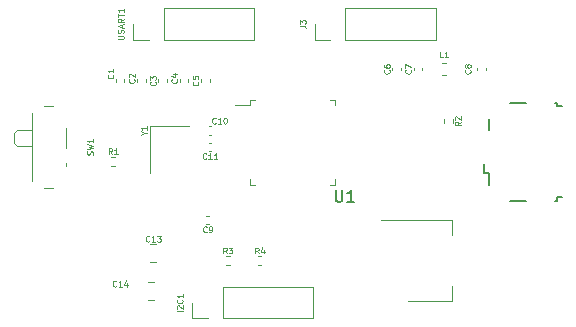
<source format=gbr>
%TF.GenerationSoftware,KiCad,Pcbnew,(6.0.7)*%
%TF.CreationDate,2022-10-16T00:38:09+07:00*%
%TF.ProjectId,bai1,62616931-2e6b-4696-9361-645f70636258,rev?*%
%TF.SameCoordinates,Original*%
%TF.FileFunction,Legend,Top*%
%TF.FilePolarity,Positive*%
%FSLAX46Y46*%
G04 Gerber Fmt 4.6, Leading zero omitted, Abs format (unit mm)*
G04 Created by KiCad (PCBNEW (6.0.7)) date 2022-10-16 00:38:09*
%MOMM*%
%LPD*%
G01*
G04 APERTURE LIST*
%ADD10C,0.150000*%
%ADD11C,0.050000*%
%ADD12C,0.120000*%
G04 APERTURE END LIST*
D10*
X87038095Y-80052380D02*
X87038095Y-80861904D01*
X87085714Y-80957142D01*
X87133333Y-81004761D01*
X87228571Y-81052380D01*
X87419047Y-81052380D01*
X87514285Y-81004761D01*
X87561904Y-80957142D01*
X87609523Y-80861904D01*
X87609523Y-80052380D01*
X88609523Y-81052380D02*
X88038095Y-81052380D01*
X88323809Y-81052380D02*
X88323809Y-80052380D01*
X88228571Y-80195238D01*
X88133333Y-80290476D01*
X88038095Y-80338095D01*
D11*
%TO.C,Y1*%
X70788095Y-75238095D02*
X71026190Y-75238095D01*
X70526190Y-75404761D02*
X70788095Y-75238095D01*
X70526190Y-75071428D01*
X71026190Y-74642857D02*
X71026190Y-74928571D01*
X71026190Y-74785714D02*
X70526190Y-74785714D01*
X70597619Y-74833333D01*
X70645238Y-74880952D01*
X70669047Y-74928571D01*
%TO.C,USART1*%
X68596190Y-67273809D02*
X69000952Y-67273809D01*
X69048571Y-67250000D01*
X69072380Y-67226190D01*
X69096190Y-67178571D01*
X69096190Y-67083333D01*
X69072380Y-67035714D01*
X69048571Y-67011904D01*
X69000952Y-66988095D01*
X68596190Y-66988095D01*
X69072380Y-66773809D02*
X69096190Y-66702380D01*
X69096190Y-66583333D01*
X69072380Y-66535714D01*
X69048571Y-66511904D01*
X69000952Y-66488095D01*
X68953333Y-66488095D01*
X68905714Y-66511904D01*
X68881904Y-66535714D01*
X68858095Y-66583333D01*
X68834285Y-66678571D01*
X68810476Y-66726190D01*
X68786666Y-66750000D01*
X68739047Y-66773809D01*
X68691428Y-66773809D01*
X68643809Y-66750000D01*
X68620000Y-66726190D01*
X68596190Y-66678571D01*
X68596190Y-66559523D01*
X68620000Y-66488095D01*
X68953333Y-66297619D02*
X68953333Y-66059523D01*
X69096190Y-66345238D02*
X68596190Y-66178571D01*
X69096190Y-66011904D01*
X69096190Y-65559523D02*
X68858095Y-65726190D01*
X69096190Y-65845238D02*
X68596190Y-65845238D01*
X68596190Y-65654761D01*
X68620000Y-65607142D01*
X68643809Y-65583333D01*
X68691428Y-65559523D01*
X68762857Y-65559523D01*
X68810476Y-65583333D01*
X68834285Y-65607142D01*
X68858095Y-65654761D01*
X68858095Y-65845238D01*
X68596190Y-65416666D02*
X68596190Y-65130952D01*
X69096190Y-65273809D02*
X68596190Y-65273809D01*
X69096190Y-64702380D02*
X69096190Y-64988095D01*
X69096190Y-64845238D02*
X68596190Y-64845238D01*
X68667619Y-64892857D01*
X68715238Y-64940476D01*
X68739047Y-64988095D01*
%TO.C,SW1*%
X66477380Y-77066666D02*
X66501190Y-76995238D01*
X66501190Y-76876190D01*
X66477380Y-76828571D01*
X66453571Y-76804761D01*
X66405952Y-76780952D01*
X66358333Y-76780952D01*
X66310714Y-76804761D01*
X66286904Y-76828571D01*
X66263095Y-76876190D01*
X66239285Y-76971428D01*
X66215476Y-77019047D01*
X66191666Y-77042857D01*
X66144047Y-77066666D01*
X66096428Y-77066666D01*
X66048809Y-77042857D01*
X66025000Y-77019047D01*
X66001190Y-76971428D01*
X66001190Y-76852380D01*
X66025000Y-76780952D01*
X66001190Y-76614285D02*
X66501190Y-76495238D01*
X66144047Y-76400000D01*
X66501190Y-76304761D01*
X66001190Y-76185714D01*
X66501190Y-75733333D02*
X66501190Y-76019047D01*
X66501190Y-75876190D02*
X66001190Y-75876190D01*
X66072619Y-75923809D01*
X66120238Y-75971428D01*
X66144047Y-76019047D01*
%TO.C,J3*%
X83996190Y-66166666D02*
X84353333Y-66166666D01*
X84424761Y-66190476D01*
X84472380Y-66238095D01*
X84496190Y-66309523D01*
X84496190Y-66357142D01*
X83996190Y-65976190D02*
X83996190Y-65666666D01*
X84186666Y-65833333D01*
X84186666Y-65761904D01*
X84210476Y-65714285D01*
X84234285Y-65690476D01*
X84281904Y-65666666D01*
X84400952Y-65666666D01*
X84448571Y-65690476D01*
X84472380Y-65714285D01*
X84496190Y-65761904D01*
X84496190Y-65904761D01*
X84472380Y-65952380D01*
X84448571Y-65976190D01*
%TO.C,I2C1*%
X74096190Y-90326190D02*
X73596190Y-90326190D01*
X73643809Y-90111904D02*
X73620000Y-90088095D01*
X73596190Y-90040476D01*
X73596190Y-89921428D01*
X73620000Y-89873809D01*
X73643809Y-89850000D01*
X73691428Y-89826190D01*
X73739047Y-89826190D01*
X73810476Y-89850000D01*
X74096190Y-90135714D01*
X74096190Y-89826190D01*
X74048571Y-89326190D02*
X74072380Y-89350000D01*
X74096190Y-89421428D01*
X74096190Y-89469047D01*
X74072380Y-89540476D01*
X74024761Y-89588095D01*
X73977142Y-89611904D01*
X73881904Y-89635714D01*
X73810476Y-89635714D01*
X73715238Y-89611904D01*
X73667619Y-89588095D01*
X73620000Y-89540476D01*
X73596190Y-89469047D01*
X73596190Y-89421428D01*
X73620000Y-89350000D01*
X73643809Y-89326190D01*
X74096190Y-88850000D02*
X74096190Y-89135714D01*
X74096190Y-88992857D02*
X73596190Y-88992857D01*
X73667619Y-89040476D01*
X73715238Y-89088095D01*
X73739047Y-89135714D01*
%TO.C,C7*%
X93378571Y-69883333D02*
X93402380Y-69907142D01*
X93426190Y-69978571D01*
X93426190Y-70026190D01*
X93402380Y-70097619D01*
X93354761Y-70145238D01*
X93307142Y-70169047D01*
X93211904Y-70192857D01*
X93140476Y-70192857D01*
X93045238Y-70169047D01*
X92997619Y-70145238D01*
X92950000Y-70097619D01*
X92926190Y-70026190D01*
X92926190Y-69978571D01*
X92950000Y-69907142D01*
X92973809Y-69883333D01*
X92926190Y-69716666D02*
X92926190Y-69383333D01*
X93426190Y-69597619D01*
%TO.C,C14*%
X68478571Y-88178571D02*
X68454761Y-88202380D01*
X68383333Y-88226190D01*
X68335714Y-88226190D01*
X68264285Y-88202380D01*
X68216666Y-88154761D01*
X68192857Y-88107142D01*
X68169047Y-88011904D01*
X68169047Y-87940476D01*
X68192857Y-87845238D01*
X68216666Y-87797619D01*
X68264285Y-87750000D01*
X68335714Y-87726190D01*
X68383333Y-87726190D01*
X68454761Y-87750000D01*
X68478571Y-87773809D01*
X68954761Y-88226190D02*
X68669047Y-88226190D01*
X68811904Y-88226190D02*
X68811904Y-87726190D01*
X68764285Y-87797619D01*
X68716666Y-87845238D01*
X68669047Y-87869047D01*
X69383333Y-87892857D02*
X69383333Y-88226190D01*
X69264285Y-87702380D02*
X69145238Y-88059523D01*
X69454761Y-88059523D01*
%TO.C,C8*%
X98418571Y-69883333D02*
X98442380Y-69907142D01*
X98466190Y-69978571D01*
X98466190Y-70026190D01*
X98442380Y-70097619D01*
X98394761Y-70145238D01*
X98347142Y-70169047D01*
X98251904Y-70192857D01*
X98180476Y-70192857D01*
X98085238Y-70169047D01*
X98037619Y-70145238D01*
X97990000Y-70097619D01*
X97966190Y-70026190D01*
X97966190Y-69978571D01*
X97990000Y-69907142D01*
X98013809Y-69883333D01*
X98180476Y-69597619D02*
X98156666Y-69645238D01*
X98132857Y-69669047D01*
X98085238Y-69692857D01*
X98061428Y-69692857D01*
X98013809Y-69669047D01*
X97990000Y-69645238D01*
X97966190Y-69597619D01*
X97966190Y-69502380D01*
X97990000Y-69454761D01*
X98013809Y-69430952D01*
X98061428Y-69407142D01*
X98085238Y-69407142D01*
X98132857Y-69430952D01*
X98156666Y-69454761D01*
X98180476Y-69502380D01*
X98180476Y-69597619D01*
X98204285Y-69645238D01*
X98228095Y-69669047D01*
X98275714Y-69692857D01*
X98370952Y-69692857D01*
X98418571Y-69669047D01*
X98442380Y-69645238D01*
X98466190Y-69597619D01*
X98466190Y-69502380D01*
X98442380Y-69454761D01*
X98418571Y-69430952D01*
X98370952Y-69407142D01*
X98275714Y-69407142D01*
X98228095Y-69430952D01*
X98204285Y-69454761D01*
X98180476Y-69502380D01*
%TO.C,R3*%
X77826666Y-85426190D02*
X77660000Y-85188095D01*
X77540952Y-85426190D02*
X77540952Y-84926190D01*
X77731428Y-84926190D01*
X77779047Y-84950000D01*
X77802857Y-84973809D01*
X77826666Y-85021428D01*
X77826666Y-85092857D01*
X77802857Y-85140476D01*
X77779047Y-85164285D01*
X77731428Y-85188095D01*
X77540952Y-85188095D01*
X77993333Y-84926190D02*
X78302857Y-84926190D01*
X78136190Y-85116666D01*
X78207619Y-85116666D01*
X78255238Y-85140476D01*
X78279047Y-85164285D01*
X78302857Y-85211904D01*
X78302857Y-85330952D01*
X78279047Y-85378571D01*
X78255238Y-85402380D01*
X78207619Y-85426190D01*
X78064761Y-85426190D01*
X78017142Y-85402380D01*
X77993333Y-85378571D01*
%TO.C,C3*%
X71778571Y-70883333D02*
X71802380Y-70907142D01*
X71826190Y-70978571D01*
X71826190Y-71026190D01*
X71802380Y-71097619D01*
X71754761Y-71145238D01*
X71707142Y-71169047D01*
X71611904Y-71192857D01*
X71540476Y-71192857D01*
X71445238Y-71169047D01*
X71397619Y-71145238D01*
X71350000Y-71097619D01*
X71326190Y-71026190D01*
X71326190Y-70978571D01*
X71350000Y-70907142D01*
X71373809Y-70883333D01*
X71326190Y-70716666D02*
X71326190Y-70407142D01*
X71516666Y-70573809D01*
X71516666Y-70502380D01*
X71540476Y-70454761D01*
X71564285Y-70430952D01*
X71611904Y-70407142D01*
X71730952Y-70407142D01*
X71778571Y-70430952D01*
X71802380Y-70454761D01*
X71826190Y-70502380D01*
X71826190Y-70645238D01*
X71802380Y-70692857D01*
X71778571Y-70716666D01*
%TO.C,C4*%
X73578571Y-70683333D02*
X73602380Y-70707142D01*
X73626190Y-70778571D01*
X73626190Y-70826190D01*
X73602380Y-70897619D01*
X73554761Y-70945238D01*
X73507142Y-70969047D01*
X73411904Y-70992857D01*
X73340476Y-70992857D01*
X73245238Y-70969047D01*
X73197619Y-70945238D01*
X73150000Y-70897619D01*
X73126190Y-70826190D01*
X73126190Y-70778571D01*
X73150000Y-70707142D01*
X73173809Y-70683333D01*
X73292857Y-70254761D02*
X73626190Y-70254761D01*
X73102380Y-70373809D02*
X73459523Y-70492857D01*
X73459523Y-70183333D01*
%TO.C,C10*%
X76878571Y-74378571D02*
X76854761Y-74402380D01*
X76783333Y-74426190D01*
X76735714Y-74426190D01*
X76664285Y-74402380D01*
X76616666Y-74354761D01*
X76592857Y-74307142D01*
X76569047Y-74211904D01*
X76569047Y-74140476D01*
X76592857Y-74045238D01*
X76616666Y-73997619D01*
X76664285Y-73950000D01*
X76735714Y-73926190D01*
X76783333Y-73926190D01*
X76854761Y-73950000D01*
X76878571Y-73973809D01*
X77354761Y-74426190D02*
X77069047Y-74426190D01*
X77211904Y-74426190D02*
X77211904Y-73926190D01*
X77164285Y-73997619D01*
X77116666Y-74045238D01*
X77069047Y-74069047D01*
X77664285Y-73926190D02*
X77711904Y-73926190D01*
X77759523Y-73950000D01*
X77783333Y-73973809D01*
X77807142Y-74021428D01*
X77830952Y-74116666D01*
X77830952Y-74235714D01*
X77807142Y-74330952D01*
X77783333Y-74378571D01*
X77759523Y-74402380D01*
X77711904Y-74426190D01*
X77664285Y-74426190D01*
X77616666Y-74402380D01*
X77592857Y-74378571D01*
X77569047Y-74330952D01*
X77545238Y-74235714D01*
X77545238Y-74116666D01*
X77569047Y-74021428D01*
X77592857Y-73973809D01*
X77616666Y-73950000D01*
X77664285Y-73926190D01*
%TO.C,R2*%
X97626190Y-74283333D02*
X97388095Y-74450000D01*
X97626190Y-74569047D02*
X97126190Y-74569047D01*
X97126190Y-74378571D01*
X97150000Y-74330952D01*
X97173809Y-74307142D01*
X97221428Y-74283333D01*
X97292857Y-74283333D01*
X97340476Y-74307142D01*
X97364285Y-74330952D01*
X97388095Y-74378571D01*
X97388095Y-74569047D01*
X97173809Y-74092857D02*
X97150000Y-74069047D01*
X97126190Y-74021428D01*
X97126190Y-73902380D01*
X97150000Y-73854761D01*
X97173809Y-73830952D01*
X97221428Y-73807142D01*
X97269047Y-73807142D01*
X97340476Y-73830952D01*
X97626190Y-74116666D01*
X97626190Y-73807142D01*
%TO.C,C13*%
X71278571Y-84378571D02*
X71254761Y-84402380D01*
X71183333Y-84426190D01*
X71135714Y-84426190D01*
X71064285Y-84402380D01*
X71016666Y-84354761D01*
X70992857Y-84307142D01*
X70969047Y-84211904D01*
X70969047Y-84140476D01*
X70992857Y-84045238D01*
X71016666Y-83997619D01*
X71064285Y-83950000D01*
X71135714Y-83926190D01*
X71183333Y-83926190D01*
X71254761Y-83950000D01*
X71278571Y-83973809D01*
X71754761Y-84426190D02*
X71469047Y-84426190D01*
X71611904Y-84426190D02*
X71611904Y-83926190D01*
X71564285Y-83997619D01*
X71516666Y-84045238D01*
X71469047Y-84069047D01*
X71921428Y-83926190D02*
X72230952Y-83926190D01*
X72064285Y-84116666D01*
X72135714Y-84116666D01*
X72183333Y-84140476D01*
X72207142Y-84164285D01*
X72230952Y-84211904D01*
X72230952Y-84330952D01*
X72207142Y-84378571D01*
X72183333Y-84402380D01*
X72135714Y-84426190D01*
X71992857Y-84426190D01*
X71945238Y-84402380D01*
X71921428Y-84378571D01*
%TO.C,C6*%
X91578571Y-69883333D02*
X91602380Y-69907142D01*
X91626190Y-69978571D01*
X91626190Y-70026190D01*
X91602380Y-70097619D01*
X91554761Y-70145238D01*
X91507142Y-70169047D01*
X91411904Y-70192857D01*
X91340476Y-70192857D01*
X91245238Y-70169047D01*
X91197619Y-70145238D01*
X91150000Y-70097619D01*
X91126190Y-70026190D01*
X91126190Y-69978571D01*
X91150000Y-69907142D01*
X91173809Y-69883333D01*
X91126190Y-69454761D02*
X91126190Y-69550000D01*
X91150000Y-69597619D01*
X91173809Y-69621428D01*
X91245238Y-69669047D01*
X91340476Y-69692857D01*
X91530952Y-69692857D01*
X91578571Y-69669047D01*
X91602380Y-69645238D01*
X91626190Y-69597619D01*
X91626190Y-69502380D01*
X91602380Y-69454761D01*
X91578571Y-69430952D01*
X91530952Y-69407142D01*
X91411904Y-69407142D01*
X91364285Y-69430952D01*
X91340476Y-69454761D01*
X91316666Y-69502380D01*
X91316666Y-69597619D01*
X91340476Y-69645238D01*
X91364285Y-69669047D01*
X91411904Y-69692857D01*
%TO.C,L1*%
X96116666Y-68826190D02*
X95878571Y-68826190D01*
X95878571Y-68326190D01*
X96545238Y-68826190D02*
X96259523Y-68826190D01*
X96402380Y-68826190D02*
X96402380Y-68326190D01*
X96354761Y-68397619D01*
X96307142Y-68445238D01*
X96259523Y-68469047D01*
%TO.C,C11*%
X76078571Y-77378571D02*
X76054761Y-77402380D01*
X75983333Y-77426190D01*
X75935714Y-77426190D01*
X75864285Y-77402380D01*
X75816666Y-77354761D01*
X75792857Y-77307142D01*
X75769047Y-77211904D01*
X75769047Y-77140476D01*
X75792857Y-77045238D01*
X75816666Y-76997619D01*
X75864285Y-76950000D01*
X75935714Y-76926190D01*
X75983333Y-76926190D01*
X76054761Y-76950000D01*
X76078571Y-76973809D01*
X76554761Y-77426190D02*
X76269047Y-77426190D01*
X76411904Y-77426190D02*
X76411904Y-76926190D01*
X76364285Y-76997619D01*
X76316666Y-77045238D01*
X76269047Y-77069047D01*
X77030952Y-77426190D02*
X76745238Y-77426190D01*
X76888095Y-77426190D02*
X76888095Y-76926190D01*
X76840476Y-76997619D01*
X76792857Y-77045238D01*
X76745238Y-77069047D01*
%TO.C,C1*%
X68178571Y-70283333D02*
X68202380Y-70307142D01*
X68226190Y-70378571D01*
X68226190Y-70426190D01*
X68202380Y-70497619D01*
X68154761Y-70545238D01*
X68107142Y-70569047D01*
X68011904Y-70592857D01*
X67940476Y-70592857D01*
X67845238Y-70569047D01*
X67797619Y-70545238D01*
X67750000Y-70497619D01*
X67726190Y-70426190D01*
X67726190Y-70378571D01*
X67750000Y-70307142D01*
X67773809Y-70283333D01*
X68226190Y-69807142D02*
X68226190Y-70092857D01*
X68226190Y-69950000D02*
X67726190Y-69950000D01*
X67797619Y-69997619D01*
X67845238Y-70045238D01*
X67869047Y-70092857D01*
%TO.C,R1*%
X68116666Y-77016190D02*
X67950000Y-76778095D01*
X67830952Y-77016190D02*
X67830952Y-76516190D01*
X68021428Y-76516190D01*
X68069047Y-76540000D01*
X68092857Y-76563809D01*
X68116666Y-76611428D01*
X68116666Y-76682857D01*
X68092857Y-76730476D01*
X68069047Y-76754285D01*
X68021428Y-76778095D01*
X67830952Y-76778095D01*
X68592857Y-77016190D02*
X68307142Y-77016190D01*
X68450000Y-77016190D02*
X68450000Y-76516190D01*
X68402380Y-76587619D01*
X68354761Y-76635238D01*
X68307142Y-76659047D01*
%TO.C,C2*%
X69978571Y-70683333D02*
X70002380Y-70707142D01*
X70026190Y-70778571D01*
X70026190Y-70826190D01*
X70002380Y-70897619D01*
X69954761Y-70945238D01*
X69907142Y-70969047D01*
X69811904Y-70992857D01*
X69740476Y-70992857D01*
X69645238Y-70969047D01*
X69597619Y-70945238D01*
X69550000Y-70897619D01*
X69526190Y-70826190D01*
X69526190Y-70778571D01*
X69550000Y-70707142D01*
X69573809Y-70683333D01*
X69573809Y-70492857D02*
X69550000Y-70469047D01*
X69526190Y-70421428D01*
X69526190Y-70302380D01*
X69550000Y-70254761D01*
X69573809Y-70230952D01*
X69621428Y-70207142D01*
X69669047Y-70207142D01*
X69740476Y-70230952D01*
X70026190Y-70516666D01*
X70026190Y-70207142D01*
%TO.C,R4*%
X80516666Y-85426190D02*
X80350000Y-85188095D01*
X80230952Y-85426190D02*
X80230952Y-84926190D01*
X80421428Y-84926190D01*
X80469047Y-84950000D01*
X80492857Y-84973809D01*
X80516666Y-85021428D01*
X80516666Y-85092857D01*
X80492857Y-85140476D01*
X80469047Y-85164285D01*
X80421428Y-85188095D01*
X80230952Y-85188095D01*
X80945238Y-85092857D02*
X80945238Y-85426190D01*
X80826190Y-84902380D02*
X80707142Y-85259523D01*
X81016666Y-85259523D01*
%TO.C,C5*%
X75378571Y-70883333D02*
X75402380Y-70907142D01*
X75426190Y-70978571D01*
X75426190Y-71026190D01*
X75402380Y-71097619D01*
X75354761Y-71145238D01*
X75307142Y-71169047D01*
X75211904Y-71192857D01*
X75140476Y-71192857D01*
X75045238Y-71169047D01*
X74997619Y-71145238D01*
X74950000Y-71097619D01*
X74926190Y-71026190D01*
X74926190Y-70978571D01*
X74950000Y-70907142D01*
X74973809Y-70883333D01*
X74926190Y-70430952D02*
X74926190Y-70669047D01*
X75164285Y-70692857D01*
X75140476Y-70669047D01*
X75116666Y-70621428D01*
X75116666Y-70502380D01*
X75140476Y-70454761D01*
X75164285Y-70430952D01*
X75211904Y-70407142D01*
X75330952Y-70407142D01*
X75378571Y-70430952D01*
X75402380Y-70454761D01*
X75426190Y-70502380D01*
X75426190Y-70621428D01*
X75402380Y-70669047D01*
X75378571Y-70692857D01*
%TO.C,C9*%
X76116666Y-83578571D02*
X76092857Y-83602380D01*
X76021428Y-83626190D01*
X75973809Y-83626190D01*
X75902380Y-83602380D01*
X75854761Y-83554761D01*
X75830952Y-83507142D01*
X75807142Y-83411904D01*
X75807142Y-83340476D01*
X75830952Y-83245238D01*
X75854761Y-83197619D01*
X75902380Y-83150000D01*
X75973809Y-83126190D01*
X76021428Y-83126190D01*
X76092857Y-83150000D01*
X76116666Y-83173809D01*
X76354761Y-83626190D02*
X76450000Y-83626190D01*
X76497619Y-83602380D01*
X76521428Y-83578571D01*
X76569047Y-83507142D01*
X76592857Y-83411904D01*
X76592857Y-83221428D01*
X76569047Y-83173809D01*
X76545238Y-83150000D01*
X76497619Y-83126190D01*
X76402380Y-83126190D01*
X76354761Y-83150000D01*
X76330952Y-83173809D01*
X76307142Y-83221428D01*
X76307142Y-83340476D01*
X76330952Y-83388095D01*
X76354761Y-83411904D01*
X76402380Y-83435714D01*
X76497619Y-83435714D01*
X76545238Y-83411904D01*
X76569047Y-83388095D01*
X76592857Y-83340476D01*
D12*
%TO.C,Y1*%
X74650000Y-74600000D02*
X71350000Y-74600000D01*
X71350000Y-74600000D02*
X71350000Y-78600000D01*
%TO.C,USART1*%
X72470000Y-64670000D02*
X80150000Y-64670000D01*
X71200000Y-67330000D02*
X69870000Y-67330000D01*
X80150000Y-67330000D02*
X80150000Y-64670000D01*
X72470000Y-67330000D02*
X72470000Y-64670000D01*
X69870000Y-67330000D02*
X69870000Y-66000000D01*
X72470000Y-67330000D02*
X80150000Y-67330000D01*
%TO.C,SW1*%
X64195000Y-74800000D02*
X64195000Y-76500000D01*
X60055000Y-75000000D02*
X59845000Y-75200000D01*
X60055000Y-76300000D02*
X61345000Y-76300000D01*
X60055000Y-76300000D02*
X59845000Y-76100000D01*
X63145000Y-72950000D02*
X62355000Y-72950000D01*
X59845000Y-75200000D02*
X59845000Y-76100000D01*
X61345000Y-73550000D02*
X61345000Y-79250000D01*
X64195000Y-77800000D02*
X64195000Y-78000000D01*
X62355000Y-79850000D02*
X63145000Y-79850000D01*
X61345000Y-75000000D02*
X60055000Y-75000000D01*
%TO.C,J3*%
X87870000Y-67330000D02*
X95550000Y-67330000D01*
X85270000Y-67330000D02*
X85270000Y-66000000D01*
X87870000Y-67330000D02*
X87870000Y-64670000D01*
X95550000Y-67330000D02*
X95550000Y-64670000D01*
X86600000Y-67330000D02*
X85270000Y-67330000D01*
X87870000Y-64670000D02*
X95550000Y-64670000D01*
D10*
%TO.C,J2*%
X100045000Y-75000000D02*
X100045000Y-74000000D01*
X105745000Y-72950000D02*
X105745000Y-72650000D01*
X105745000Y-72650000D02*
X105595000Y-72650000D01*
X106195000Y-72950000D02*
X105745000Y-72950000D01*
X101795000Y-80950000D02*
X103195000Y-80950000D01*
X99620000Y-77875000D02*
X99620000Y-78600000D01*
X105745000Y-80950000D02*
X105745000Y-80650000D01*
X103195000Y-72650000D02*
X101795000Y-72650000D01*
X99620000Y-78600000D02*
X100045000Y-78600000D01*
X105595000Y-80950000D02*
X105745000Y-80950000D01*
X105745000Y-80650000D02*
X106195000Y-80650000D01*
X100045000Y-78600000D02*
X100045000Y-79600000D01*
D12*
%TO.C,I2C1*%
X77470000Y-90930000D02*
X85150000Y-90930000D01*
X74870000Y-90930000D02*
X74870000Y-89600000D01*
X77470000Y-90930000D02*
X77470000Y-88270000D01*
X85150000Y-90930000D02*
X85150000Y-88270000D01*
X76200000Y-90930000D02*
X74870000Y-90930000D01*
X77470000Y-88270000D02*
X85150000Y-88270000D01*
%TO.C,U2*%
X86560000Y-72390000D02*
X87010000Y-72390000D01*
X79790000Y-79610000D02*
X79790000Y-79160000D01*
X79790000Y-72390000D02*
X79790000Y-72840000D01*
X86560000Y-79610000D02*
X87010000Y-79610000D01*
X87010000Y-79610000D02*
X87010000Y-79160000D01*
X80240000Y-72390000D02*
X79790000Y-72390000D01*
X80240000Y-79610000D02*
X79790000Y-79610000D01*
X79790000Y-72840000D02*
X78500000Y-72840000D01*
X87010000Y-72390000D02*
X87010000Y-72840000D01*
%TO.C,C7*%
X93640000Y-69907836D02*
X93640000Y-69692164D01*
X94360000Y-69907836D02*
X94360000Y-69692164D01*
%TO.C,C14*%
X71661252Y-89335000D02*
X71138748Y-89335000D01*
X71661252Y-87865000D02*
X71138748Y-87865000D01*
%TO.C,C8*%
X99760000Y-69907836D02*
X99760000Y-69692164D01*
X99040000Y-69907836D02*
X99040000Y-69692164D01*
%TO.C,R3*%
X77756359Y-85620000D02*
X78063641Y-85620000D01*
X77756359Y-86380000D02*
X78063641Y-86380000D01*
%TO.C,C3*%
X72040000Y-70907836D02*
X72040000Y-70692164D01*
X72760000Y-70907836D02*
X72760000Y-70692164D01*
%TO.C,C4*%
X73840000Y-70907836D02*
X73840000Y-70692164D01*
X74560000Y-70907836D02*
X74560000Y-70692164D01*
%TO.C,C10*%
X76507836Y-75360000D02*
X76292164Y-75360000D01*
X76507836Y-74640000D02*
X76292164Y-74640000D01*
%TO.C,R2*%
X96980000Y-74046359D02*
X96980000Y-74353641D01*
X96220000Y-74046359D02*
X96220000Y-74353641D01*
%TO.C,C13*%
X71338748Y-86135000D02*
X71861252Y-86135000D01*
X71338748Y-84665000D02*
X71861252Y-84665000D01*
%TO.C,U1*%
X96910000Y-89410000D02*
X96910000Y-88150000D01*
X93150000Y-89410000D02*
X96910000Y-89410000D01*
X90900000Y-82590000D02*
X96910000Y-82590000D01*
X96910000Y-82590000D02*
X96910000Y-83850000D01*
%TO.C,C6*%
X91840000Y-69907836D02*
X91840000Y-69692164D01*
X92560000Y-69907836D02*
X92560000Y-69692164D01*
%TO.C,L1*%
X96362779Y-69290000D02*
X96037221Y-69290000D01*
X96362779Y-70310000D02*
X96037221Y-70310000D01*
%TO.C,C11*%
X76507836Y-76040000D02*
X76292164Y-76040000D01*
X76507836Y-76760000D02*
X76292164Y-76760000D01*
%TO.C,C1*%
X69160000Y-70907836D02*
X69160000Y-70692164D01*
X68440000Y-70907836D02*
X68440000Y-70692164D01*
%TO.C,R1*%
X68046359Y-77220000D02*
X68353641Y-77220000D01*
X68046359Y-77980000D02*
X68353641Y-77980000D01*
%TO.C,C2*%
X70240000Y-70907836D02*
X70240000Y-70692164D01*
X70960000Y-70907836D02*
X70960000Y-70692164D01*
%TO.C,R4*%
X80446359Y-85620000D02*
X80753641Y-85620000D01*
X80446359Y-86380000D02*
X80753641Y-86380000D01*
%TO.C,C5*%
X76360000Y-70907836D02*
X76360000Y-70692164D01*
X75640000Y-70907836D02*
X75640000Y-70692164D01*
%TO.C,C9*%
X76307836Y-82240000D02*
X76092164Y-82240000D01*
X76307836Y-82960000D02*
X76092164Y-82960000D01*
%TD*%
M02*

</source>
